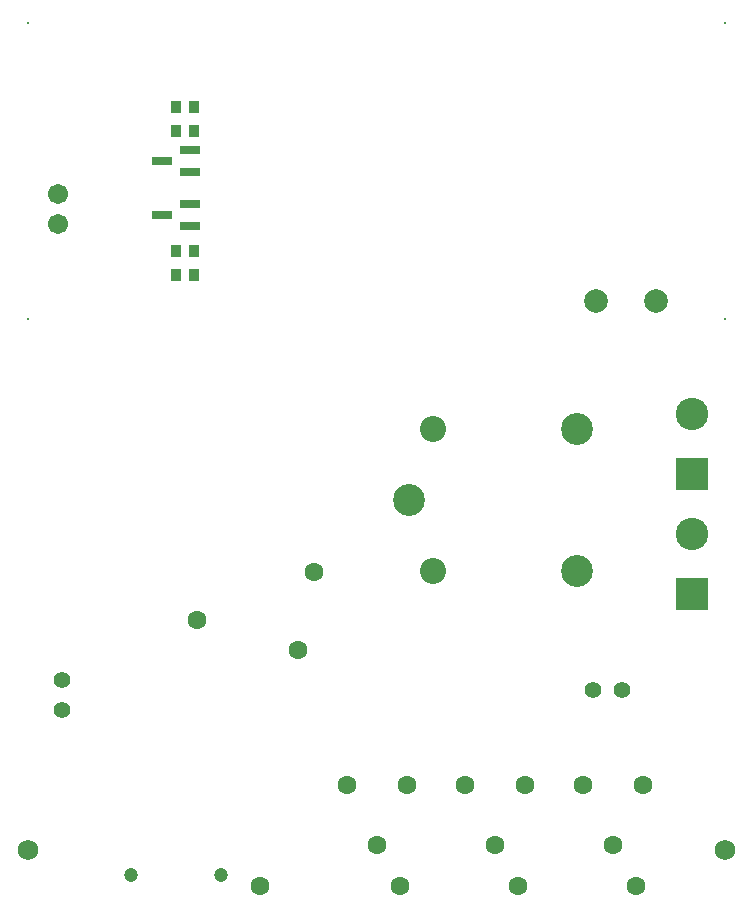
<source format=gbs>
G04*
G04 #@! TF.GenerationSoftware,Altium Limited,Altium Designer,21.6.1 (37)*
G04*
G04 Layer_Color=16711935*
%FSLAX25Y25*%
%MOIN*%
G70*
G04*
G04 #@! TF.SameCoordinates,2088F3C0-FEE1-402F-84BC-96CE3F90A9C5*
G04*
G04*
G04 #@! TF.FilePolarity,Negative*
G04*
G01*
G75*
%ADD21R,0.03556X0.04343*%
%ADD30C,0.04737*%
%ADD33C,0.07887*%
%ADD34C,0.06706*%
%ADD35C,0.01194*%
%ADD36C,0.05524*%
%ADD37C,0.06800*%
%ADD38C,0.06312*%
%ADD39C,0.10642*%
%ADD40C,0.08674*%
%ADD41C,0.10800*%
%ADD42R,0.10800X0.10800*%
%ADD72R,0.06509X0.03162*%
D21*
X-66732Y110020D02*
D03*
X-60827D02*
D03*
X-66732Y102020D02*
D03*
X-60827D02*
D03*
X-66732Y62020D02*
D03*
X-60827D02*
D03*
X-66732Y54020D02*
D03*
X-60827D02*
D03*
D30*
X-81795Y-145980D02*
D03*
X-51795D02*
D03*
D33*
X93000Y45276D02*
D03*
X73000D02*
D03*
D34*
X-106299Y80866D02*
D03*
Y70866D02*
D03*
D35*
X-116142Y137795D02*
D03*
Y39370D02*
D03*
X116142Y137795D02*
D03*
Y39370D02*
D03*
D36*
X81921Y-84500D02*
D03*
X72079D02*
D03*
X-105000Y-90921D02*
D03*
Y-81079D02*
D03*
D37*
X-116142Y-137795D02*
D03*
X116142D02*
D03*
D38*
X78740Y-135984D02*
D03*
X88740Y-115984D02*
D03*
X68740D02*
D03*
X-10000D02*
D03*
X10000D02*
D03*
X0Y-135984D02*
D03*
X39370D02*
D03*
X49370Y-115984D02*
D03*
X29370D02*
D03*
X7874Y-149606D02*
D03*
X47244D02*
D03*
X-60000Y-61000D02*
D03*
X-21000Y-45000D02*
D03*
X-38691Y-149606D02*
D03*
X-26264Y-71075D02*
D03*
X86614Y-149606D02*
D03*
D39*
X66791Y2646D02*
D03*
Y-44598D02*
D03*
X10886Y-20976D02*
D03*
D40*
X18760Y-44598D02*
D03*
Y2646D02*
D03*
D41*
X105205Y-32480D02*
D03*
Y7520D02*
D03*
D42*
Y-52480D02*
D03*
Y-12480D02*
D03*
D72*
X-62154Y77760D02*
D03*
Y70279D02*
D03*
X-71406Y74020D02*
D03*
X-62154Y95760D02*
D03*
Y88279D02*
D03*
X-71406Y92020D02*
D03*
M02*

</source>
